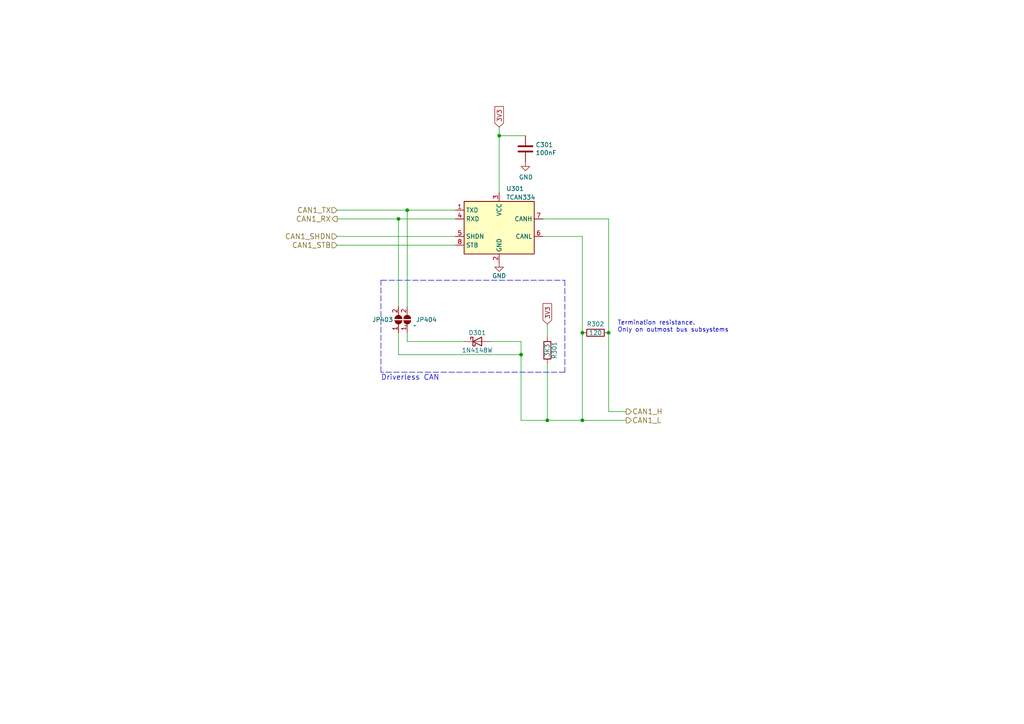
<source format=kicad_sch>
(kicad_sch (version 20211123) (generator eeschema)
  (paper "A4")
  (title_block (title "SIDLOC - MCU - CAN") (date "2022-03-11") (company "Libre Space Foundation"))
  (lib_symbols
    (symbol "Device:C" (pin_numbers hide) (pin_names (offset 0.254))
      (property "Reference" "C" (at 0.635 2.54 0))
      (property "Value" "C" (at 0.635 -2.54 0))
      (symbol "C_0_1"
        (polyline (pts (xy -2.032 -0.762) (xy 2.032 -0.762)) (stroke (width 0.508)))
        (polyline (pts (xy -2.032 0.762) (xy 2.032 0.762)) (stroke (width 0.508)))
      )
      (symbol "C_1_1"
        (pin passive line (at 0 3.81 270) (length 2.794) (name "~") (number "1"))
        (pin passive line (at 0 -3.81 90) (length 2.794) (name "~") (number "2"))
      )
    )
    (symbol "Device:R" (pin_numbers hide) (pin_names (offset 0))
      (property "Reference" "R" (at 2.032 0 90))
      (property "Value" "R" (at 0 0 90))
      (symbol "R_0_1"
        (rectangle (start -1.016 -2.54) (end 1.016 2.54) (stroke (width 0.254)))
      )
      (symbol "R_1_1"
        (pin passive line (at 0 3.81 270) (length 1.27) (name "~") (number "1"))
        (pin passive line (at 0 -3.81 90) (length 1.27) (name "~") (number "2"))
      )
    )
    (symbol "Interface_CAN_LIN:TCAN334"
      (property "Reference" "U" (at -10.16 8.89 0))
      (property "Value" "TCAN334" (at 2.54 8.89 0))
      (symbol "TCAN334_0_1"
        (rectangle (start -10.16 7.62) (end 10.16 -7.62) (stroke (width 0.254)) (fill (type background)))
      )
      (symbol "TCAN334_1_1"
        (pin input line (at -12.7 5.08 0) (length 2.54) (name "TXD") (number "1"))
        (pin power_in line (at 0 -10.16 90) (length 2.54) (name "GND") (number "2"))
        (pin power_in line (at 0 10.16 270) (length 2.54) (name "VCC") (number "3"))
        (pin tri_state line (at -12.7 2.54 0) (length 2.54) (name "RXD") (number "4"))
        (pin input line (at -12.7 -2.54 0) (length 2.54) (name "SHDN") (number "5"))
        (pin bidirectional line (at 12.7 -2.54 180) (length 2.54) (name "CANL") (number "6"))
        (pin bidirectional line (at 12.7 2.54 180) (length 2.54) (name "CANH") (number "7"))
        (pin input line (at -12.7 -5.08 0) (length 2.54) (name "STB") (number "8"))
      )
    )
    (symbol "Jumper:SolderJumper_2_Open" (pin_names (offset 0) hide)
      (property "Reference" "JP" (at 0 2.032 0))
      (property "Value" "SolderJumper_2_Open" (at 0 -2.54 0))
      (symbol "SolderJumper_2_Open_0_1"
        (arc (start -0.254 1.016) (mid -1.27 0) (end -0.254 -1.016))
        (arc (start -0.254 1.016) (mid -1.27 0) (end -0.254 -1.016) (fill (type outline)))
        (polyline (pts (xy -0.254 1.016) (xy -0.254 -1.016)))
        (polyline (pts (xy 0.254 1.016) (xy 0.254 -1.016)))
        (arc (start 0.254 -1.016) (mid 1.27 0) (end 0.254 1.016))
        (arc (start 0.254 -1.016) (mid 1.27 0) (end 0.254 1.016) (fill (type outline)))
      )
      (symbol "SolderJumper_2_Open_1_1"
        (pin passive line (at -3.81 0 0) (length 2.54) (name "A") (number "1"))
        (pin passive line (at 3.81 0 180) (length 2.54) (name "B") (number "2"))
      )
    )
    (symbol "lsf-kicad:CDBU40-HF" (pin_numbers hide) (pin_names hide)
      (property "Reference" "D" (at 0.3175 6.35 0))
      (property "Value" "CDBU40-HF" (at 0.3175 3.81 0))
      (symbol "CDBU40-HF_0_1"
        (polyline (pts (xy 1.27 0) (xy -1.27 0)))
        (polyline (pts (xy 1.27 1.27) (xy 1.27 -1.27) (xy -1.27 0) (xy 1.27 1.27)) (stroke (width 0.254)))
        (polyline (pts (xy -1.905 0.635) (xy -1.905 1.27) (xy -1.27 1.27) (xy -1.27 -1.27) (xy -0.635 -1.27) (xy -0.635 -0.635)) (stroke (width 0.254)))
      )
      (symbol "CDBU40-HF_1_1"
        (pin passive line (at -3.81 0 0) (length 2.54) (name "K") (number "1"))
        (pin passive line (at 3.81 0 180) (length 2.54) (name "A") (number "2"))
      )
    )
    (symbol "power:GND" (power) (pin_names (offset 0))
      (property "Value" "GND" (at 0 -3.81 0))
      (symbol "GND_0_1"
        (polyline (pts (xy 0 0) (xy 0 -1.27) (xy 1.27 -1.27) (xy 0 -2.54) (xy -1.27 -1.27) (xy 0 -1.27)))
      )
      (symbol "GND_1_1"
        (pin power_in line (at 0 0 270) (length 0) hide (name "GND") (number "1"))
      )
    )
  )
  (junction (at 168.91 121.92))
  (junction (at 118.11 60.96))
  (junction (at 115.57 63.5))
  (junction (at 144.78 39.37))
  (junction (at 168.91 96.52))
  (junction (at 158.75 121.92))
  (junction (at 151.13 102.87))
  (junction (at 176.53 96.52))
  (wire (pts (xy 168.91 68.58) (xy 168.91 96.52)))
  (polyline (pts (xy 163.83 81.28) (xy 163.83 107.95)))
  (wire (pts (xy 97.79 63.5) (xy 115.57 63.5)))
  (wire (pts (xy 176.53 63.5) (xy 176.53 96.52)))
  (wire (pts (xy 158.75 93.98) (xy 158.75 97.79)))
  (wire (pts (xy 151.13 121.92) (xy 158.75 121.92)))
  (wire (pts (xy 151.13 102.87) (xy 151.13 121.92)))
  (wire (pts (xy 115.57 102.87) (xy 151.13 102.87)))
  (wire (pts (xy 118.11 60.96) (xy 132.08 60.96)))
  (polyline (pts (xy 110.49 107.95) (xy 110.49 81.28)))
  (wire (pts (xy 158.75 105.41) (xy 158.75 121.92)))
  (polyline (pts (xy 110.49 81.28) (xy 163.83 81.28)))
  (wire (pts (xy 142.24 99.06) (xy 151.13 99.06)))
  (wire (pts (xy 97.79 71.12) (xy 132.08 71.12)))
  (wire (pts (xy 118.11 96.52) (xy 118.11 99.06)))
  (wire (pts (xy 144.78 36.83) (xy 144.78 39.37)))
  (wire (pts (xy 157.48 68.58) (xy 168.91 68.58)))
  (wire (pts (xy 176.53 119.38) (xy 181.61 119.38)))
  (wire (pts (xy 115.57 63.5) (xy 115.57 88.9)))
  (wire (pts (xy 97.79 60.96) (xy 118.11 60.96)))
  (wire (pts (xy 168.91 96.52) (xy 168.91 121.92)))
  (wire (pts (xy 176.53 96.52) (xy 176.53 119.38)))
  (wire (pts (xy 115.57 63.5) (xy 132.08 63.5)))
  (wire (pts (xy 152.4 39.37) (xy 144.78 39.37)))
  (wire (pts (xy 115.57 96.52) (xy 115.57 102.87)))
  (wire (pts (xy 157.48 63.5) (xy 176.53 63.5)))
  (wire (pts (xy 97.79 68.58) (xy 132.08 68.58)))
  (wire (pts (xy 151.13 99.06) (xy 151.13 102.87)))
  (wire (pts (xy 168.91 121.92) (xy 181.61 121.92)))
  (wire (pts (xy 144.78 39.37) (xy 144.78 55.88)))
  (wire (pts (xy 134.62 99.06) (xy 118.11 99.06)))
  (wire (pts (xy 158.75 121.92) (xy 168.91 121.92)))
  (wire (pts (xy 118.11 88.9) (xy 118.11 60.96)))
  (polyline (pts (xy 163.83 107.95) (xy 110.49 107.95)))
  (text "Termination resistance.\nOnly on outmost bus subsystems" (at 179.07 96.52 0) (effects (font (size 1.27 1.27)) (justify left bottom)))
  (text "Driverless CAN" (at 110.49 110.49 0) (effects (font (size 1.524 1.524)) (justify left bottom)))
  (global_label "3V3" (shape input) (at 144.78 36.83 90) (property "Intersheet References" "${INTERSHEET_REFS}" (effects hide)))
  (global_label "3V3" (shape input) (at 158.75 93.98 90) (property "Intersheet References" "${INTERSHEET_REFS}" (effects hide)))
  (hierarchical_label "CAN1_L" (shape output) (at 181.61 121.92 0) (effects (font (size 1.524 1.524))))
  (hierarchical_label "CAN1_H" (shape output) (at 181.61 119.38 0) (effects (font (size 1.524 1.524))))
  (hierarchical_label "CAN1_SHDN" (shape input) (at 97.79 68.58 180) (effects (font (size 1.524 1.524))))
  (hierarchical_label "CAN1_RX" (shape output) (at 97.79 63.5 180) (effects (font (size 1.524 1.524))))
  (hierarchical_label "CAN1_TX" (shape input) (at 97.79 60.96 180) (effects (font (size 1.524 1.524))))
  (hierarchical_label "CAN1_STB" (shape input) (at 97.79 71.12 180) (effects (font (size 1.524 1.524))))
  (symbol (lib_id "Interface_CAN_LIN:TCAN334") (at 144.78 66.04 0) (unit 1)
    (property "Reference" "U301" (at 146.7994 54.7202 0) (effects (justify left)))
    (property "Value" "TCAN334" (at 146.7994 57.2571 0) (effects (justify left)))
    (property "Footprint" "Package_TO_SOT_SMD:TSOT-23-8" (effects hide))
    (property "Datasheet" "http://www.ti.com/lit/ds/symlink/tcan337.pdf" (effects hide))
  )
  (symbol (lib_id "power:GND") (at 152.4 46.99 0) (unit 1)
    (property "Reference" "#PWR0302" (effects hide))
    (property "Value" "GND" (at 152.527 51.3842 0))
  )
  (symbol (lib_id "Device:R") (at 172.72 96.52 270) (unit 1)
    (property "Reference" "R302" (at 172.72 93.98 90))
    (property "Value" "120" (at 172.72 96.52 90))
    (property "Footprint" "Resistor_SMD:R_0603_1608Metric_Pad1.05x0.95mm_HandSolder" (effects hide))
    (property "Part Number" "CRCW0603120RFKEA" (effects hide))
    (property "Comment" "Place only on terminal devices" (effects hide))
    (property "Variant" "Full CAN" (effects hide))
  )
  (symbol (lib_id "Device:C") (at 152.4 43.18 0) (unit 1)
    (property "Reference" "C301" (at 155.321 42.0116 0) (effects (justify left)))
    (property "Value" "100nF" (at 155.321 44.323 0) (effects (justify left)))
    (property "Footprint" "Capacitor_SMD:C_0402_1005Metric" (effects hide))
    (property "Part Number" "C0603C104K9RACTU" (effects hide))
    (property "Variant" "Full CAN" (effects hide))
  )
  (symbol (lib_id "Jumper:SolderJumper_2_Open") (at 115.57 92.71 90) (unit 1)
    (property "Reference" "JP403" (at 107.95 92.71 90) (effects (justify right)))
    (property "Value" "~" (at 117.221 94.4122 90) (effects (justify right)))
    (property "Footprint" "Jumper:SolderJumper-2_P1.3mm_Open_RoundedPad1.0x1.5mm" (effects hide))
  )
  (symbol (lib_id "Jumper:SolderJumper_2_Open") (at 118.11 92.71 90) (unit 1)
    (property "Reference" "JP404" (at 120.65 92.71 90) (effects (justify right)))
    (property "Value" "~" (at 119.761 94.4122 90) (effects (justify right)))
    (property "Footprint" "Jumper:SolderJumper-2_P1.3mm_Open_RoundedPad1.0x1.5mm" (effects hide))
  )
  (symbol (lib_id "Device:R") (at 158.75 101.6 0) (unit 1)
    (property "Reference" "R301" (at 160.782 101.6 90))
    (property "Value" "3K3" (at 158.75 101.6 90))
    (property "Footprint" "Resistor_SMD:R_0603_1608Metric_Pad1.05x0.95mm_HandSolder" (effects hide))
    (property "Part Number" "MCT06030C3301FP500" (effects hide))
    (property "Variant" "SingleCAN" (effects hide))
  )
  (symbol (lib_id "lsf-kicad:CDBU40-HF") (at 138.43 99.06 0) (unit 1)
    (property "Reference" "D301" (at 138.43 96.52 0))
    (property "Value" "1N4148W" (at 138.43 101.6 0))
    (property "Footprint" "Diode_SMD:D_SOD-123" (effects hide))
    (property "Datasheet" "https://www.comchiptech.com/admin/files/product/QW-G1012-CDBU40-HF-RevA321692.pdf" (effects hide))
    (property "Part Number" "1N4148W-E3-08" (effects hide))
    (property "Variant" "SingleCAN" (effects hide))
  )
  (symbol (lib_id "power:GND") (at 144.78 76.2 0) (unit 1)
    (property "Reference" "#PWR0301" (effects hide))
    (property "Value" "GND" (at 144.78 80.01 0))
  )
)
</source>
